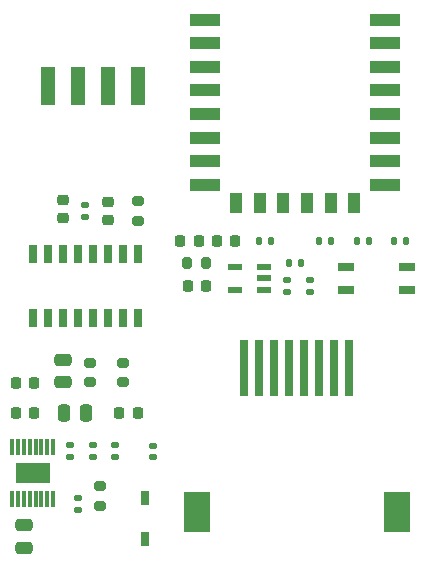
<source format=gtp>
%TF.GenerationSoftware,KiCad,Pcbnew,6.0.0-d3dd2cf0fa~116~ubuntu20.04.1*%
%TF.CreationDate,2022-01-26T23:02:35+01:00*%
%TF.ProjectId,han_to_wifi_board,68616e5f-746f-45f7-9769-66695f626f61,rev?*%
%TF.SameCoordinates,Original*%
%TF.FileFunction,Paste,Top*%
%TF.FilePolarity,Positive*%
%FSLAX46Y46*%
G04 Gerber Fmt 4.6, Leading zero omitted, Abs format (unit mm)*
G04 Created by KiCad (PCBNEW 6.0.0-d3dd2cf0fa~116~ubuntu20.04.1) date 2022-01-26 23:02:35*
%MOMM*%
%LPD*%
G01*
G04 APERTURE LIST*
G04 Aperture macros list*
%AMRoundRect*
0 Rectangle with rounded corners*
0 $1 Rounding radius*
0 $2 $3 $4 $5 $6 $7 $8 $9 X,Y pos of 4 corners*
0 Add a 4 corners polygon primitive as box body*
4,1,4,$2,$3,$4,$5,$6,$7,$8,$9,$2,$3,0*
0 Add four circle primitives for the rounded corners*
1,1,$1+$1,$2,$3*
1,1,$1+$1,$4,$5*
1,1,$1+$1,$6,$7*
1,1,$1+$1,$8,$9*
0 Add four rect primitives between the rounded corners*
20,1,$1+$1,$2,$3,$4,$5,0*
20,1,$1+$1,$4,$5,$6,$7,0*
20,1,$1+$1,$6,$7,$8,$9,0*
20,1,$1+$1,$8,$9,$2,$3,0*%
G04 Aperture macros list end*
%ADD10RoundRect,0.140000X-0.170000X0.140000X-0.170000X-0.140000X0.170000X-0.140000X0.170000X0.140000X0*%
%ADD11RoundRect,0.225000X0.225000X0.250000X-0.225000X0.250000X-0.225000X-0.250000X0.225000X-0.250000X0*%
%ADD12RoundRect,0.250000X0.250000X0.475000X-0.250000X0.475000X-0.250000X-0.475000X0.250000X-0.475000X0*%
%ADD13RoundRect,0.250000X0.475000X-0.250000X0.475000X0.250000X-0.475000X0.250000X-0.475000X-0.250000X0*%
%ADD14RoundRect,0.250000X-0.475000X0.250000X-0.475000X-0.250000X0.475000X-0.250000X0.475000X0.250000X0*%
%ADD15RoundRect,0.147500X0.172500X-0.147500X0.172500X0.147500X-0.172500X0.147500X-0.172500X-0.147500X0*%
%ADD16RoundRect,0.218750X-0.218750X-0.256250X0.218750X-0.256250X0.218750X0.256250X-0.218750X0.256250X0*%
%ADD17RoundRect,0.135000X-0.185000X0.135000X-0.185000X-0.135000X0.185000X-0.135000X0.185000X0.135000X0*%
%ADD18RoundRect,0.135000X0.135000X0.185000X-0.135000X0.185000X-0.135000X-0.185000X0.135000X-0.185000X0*%
%ADD19RoundRect,0.135000X0.185000X-0.135000X0.185000X0.135000X-0.185000X0.135000X-0.185000X-0.135000X0*%
%ADD20RoundRect,0.135000X-0.135000X-0.185000X0.135000X-0.185000X0.135000X0.185000X-0.135000X0.185000X0*%
%ADD21RoundRect,0.200000X0.200000X0.275000X-0.200000X0.275000X-0.200000X-0.275000X0.200000X-0.275000X0*%
%ADD22RoundRect,0.200000X0.275000X-0.200000X0.275000X0.200000X-0.275000X0.200000X-0.275000X-0.200000X0*%
%ADD23RoundRect,0.200000X-0.275000X0.200000X-0.275000X-0.200000X0.275000X-0.200000X0.275000X0.200000X0*%
%ADD24R,1.270000X3.180000*%
%ADD25R,1.200000X0.600000*%
%ADD26R,1.450000X0.700000*%
%ADD27R,2.500000X1.000000*%
%ADD28R,1.000000X1.800000*%
%ADD29R,0.650000X1.550000*%
%ADD30RoundRect,0.225000X-0.225000X-0.250000X0.225000X-0.250000X0.225000X0.250000X-0.225000X0.250000X0*%
%ADD31RoundRect,0.225000X-0.250000X0.225000X-0.250000X-0.225000X0.250000X-0.225000X0.250000X0.225000X0*%
%ADD32RoundRect,0.225000X0.250000X-0.225000X0.250000X0.225000X-0.250000X0.225000X-0.250000X-0.225000X0*%
%ADD33R,0.300000X1.400000*%
%ADD34R,2.947000X1.753000*%
%ADD35R,0.800000X1.150000*%
%ADD36R,2.240000X3.510000*%
%ADD37R,0.760000X4.750000*%
G04 APERTURE END LIST*
D10*
%TO.C,C9*%
X119380000Y-139855000D03*
X119380000Y-140815000D03*
%TD*%
D11*
%TO.C,C8*%
X114440000Y-137160000D03*
X112890000Y-137160000D03*
%TD*%
D12*
%TO.C,C5*%
X118827500Y-137160000D03*
X116927500Y-137160000D03*
%TD*%
D13*
%TO.C,C4*%
X113538000Y-148524000D03*
X113538000Y-146624000D03*
%TD*%
D14*
%TO.C,C11*%
X116840000Y-132632500D03*
X116840000Y-134532500D03*
%TD*%
D15*
%TO.C,D2*%
X124460000Y-140882500D03*
X124460000Y-139912500D03*
%TD*%
D16*
%TO.C,D3*%
X127445000Y-126365000D03*
X129020000Y-126365000D03*
%TD*%
D17*
%TO.C,R16*%
X121285000Y-139862500D03*
X121285000Y-140882500D03*
%TD*%
%TO.C,R14*%
X117475000Y-139862500D03*
X117475000Y-140882500D03*
%TD*%
D18*
%TO.C,R13*%
X136997500Y-124460000D03*
X135977500Y-124460000D03*
%TD*%
D17*
%TO.C,R10*%
X135852500Y-125892500D03*
X135852500Y-126912500D03*
%TD*%
D19*
%TO.C,R7*%
X118745000Y-120562500D03*
X118745000Y-119542500D03*
%TD*%
%TO.C,R6*%
X118110000Y-145327500D03*
X118110000Y-144307500D03*
%TD*%
D18*
%TO.C,R4*%
X142750000Y-122555000D03*
X141730000Y-122555000D03*
%TD*%
D20*
%TO.C,R1*%
X133475000Y-122555000D03*
X134495000Y-122555000D03*
%TD*%
D18*
%TO.C,R2*%
X145925000Y-122555000D03*
X144905000Y-122555000D03*
%TD*%
%TO.C,R3*%
X139575000Y-122555000D03*
X138555000Y-122555000D03*
%TD*%
D17*
%TO.C,R8*%
X137757500Y-125892500D03*
X137757500Y-126912500D03*
%TD*%
D21*
%TO.C,R5*%
X129020000Y-124460000D03*
X127370000Y-124460000D03*
%TD*%
D22*
%TO.C,R9*%
X123190000Y-120840000D03*
X123190000Y-119190000D03*
%TD*%
D23*
%TO.C,R11*%
X121920000Y-132882500D03*
X121920000Y-134532500D03*
%TD*%
%TO.C,R12*%
X119185000Y-132882500D03*
X119185000Y-134532500D03*
%TD*%
%TO.C,R15*%
X120015000Y-143320000D03*
X120015000Y-144970000D03*
%TD*%
D24*
%TO.C,J2*%
X123190000Y-109423000D03*
X120650000Y-109423000D03*
X118110000Y-109423000D03*
X115570000Y-109423000D03*
%TD*%
D25*
%TO.C,IC1*%
X131427500Y-126680000D03*
X131427500Y-124780000D03*
X133927500Y-124780000D03*
X133927500Y-125730000D03*
X133927500Y-126680000D03*
%TD*%
D26*
%TO.C,SW1*%
X146012500Y-126730000D03*
X140852500Y-126730000D03*
X140852500Y-124730000D03*
X146012500Y-124730000D03*
%TD*%
D27*
%TO.C,U1*%
X144125000Y-103815000D03*
X144125000Y-105815000D03*
X144125000Y-107815000D03*
X144125000Y-109815000D03*
X144125000Y-111815000D03*
X144125000Y-113815000D03*
X144125000Y-115815000D03*
X144125000Y-117815000D03*
D28*
X141525000Y-119315000D03*
X139525000Y-119315000D03*
X137525000Y-119315000D03*
X135525000Y-119315000D03*
X133525000Y-119315000D03*
X131525000Y-119315000D03*
D27*
X128925000Y-117815000D03*
X128925000Y-115815000D03*
X128925000Y-113815000D03*
X128925000Y-111815000D03*
X128925000Y-109815000D03*
X128925000Y-107815000D03*
X128925000Y-105815000D03*
X128925000Y-103815000D03*
%TD*%
D29*
%TO.C,U3*%
X123190000Y-129090000D03*
X121920000Y-129090000D03*
X120650000Y-129090000D03*
X119380000Y-129090000D03*
X118110000Y-129090000D03*
X116840000Y-129090000D03*
X115570000Y-129090000D03*
X114300000Y-129090000D03*
X114300000Y-123640000D03*
X115570000Y-123640000D03*
X116840000Y-123640000D03*
X118110000Y-123640000D03*
X119380000Y-123640000D03*
X120650000Y-123640000D03*
X121920000Y-123640000D03*
X123190000Y-123640000D03*
%TD*%
D30*
%TO.C,C10*%
X121640000Y-137160000D03*
X123190000Y-137160000D03*
%TD*%
D31*
%TO.C,C7*%
X116840000Y-120650000D03*
X116840000Y-119100000D03*
%TD*%
D32*
%TO.C,C6*%
X120650000Y-119240000D03*
X120650000Y-120790000D03*
%TD*%
D30*
%TO.C,C2*%
X131445000Y-122555000D03*
X129895000Y-122555000D03*
%TD*%
D11*
%TO.C,C1*%
X126822500Y-122555000D03*
X128372500Y-122555000D03*
%TD*%
D16*
%TO.C,L1*%
X112877500Y-134620000D03*
X114452500Y-134620000D03*
%TD*%
D33*
%TO.C,U2*%
X112550000Y-144440000D03*
X113050000Y-144440000D03*
X113550000Y-144440000D03*
X114050000Y-144440000D03*
X114550000Y-144440000D03*
X115050000Y-144440000D03*
X115550000Y-144440000D03*
X116050000Y-144440000D03*
X116050000Y-140040000D03*
X115550000Y-140040000D03*
X115050000Y-140040000D03*
X114550000Y-140040000D03*
X114050000Y-140040000D03*
X113550000Y-140040000D03*
X113050000Y-140040000D03*
X112550000Y-140040000D03*
D34*
X114300000Y-142240000D03*
%TD*%
D35*
%TO.C,D4*%
X123825000Y-147800000D03*
X123825000Y-144300000D03*
%TD*%
D36*
%TO.C,J1*%
X145112000Y-145513000D03*
X128192000Y-145513000D03*
D37*
X141097000Y-133333000D03*
X139827000Y-133333000D03*
X138557000Y-133333000D03*
X137287000Y-133333000D03*
X136017000Y-133333000D03*
X134747000Y-133333000D03*
X133477000Y-133333000D03*
X132207000Y-133333000D03*
%TD*%
M02*

</source>
